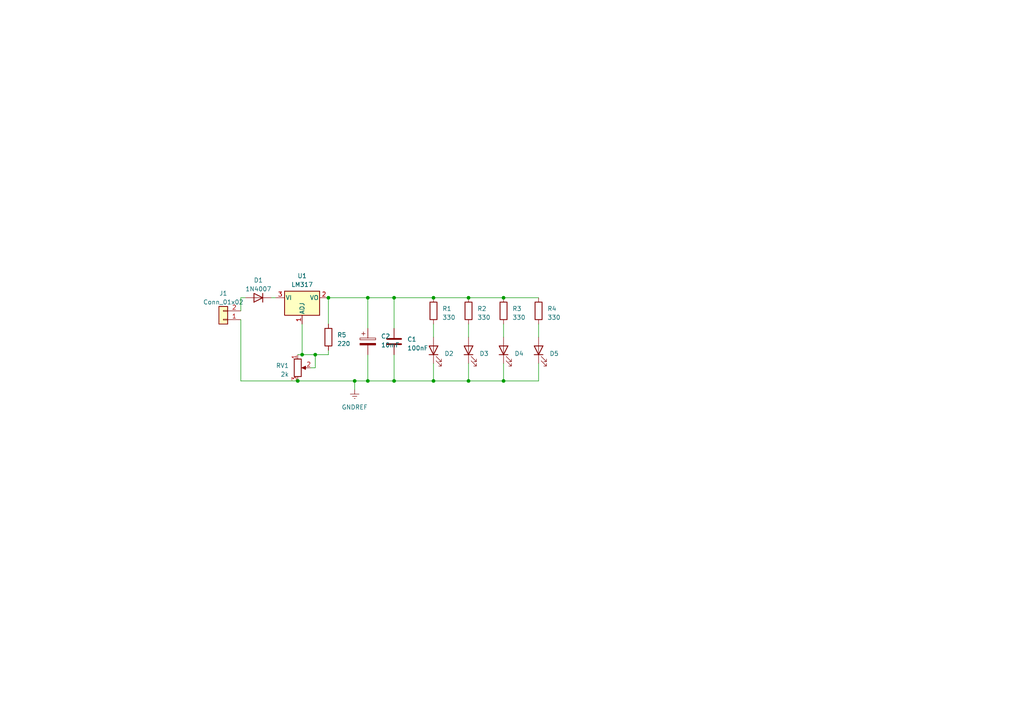
<source format=kicad_sch>
(kicad_sch (version 20230121) (generator eeschema)

  (uuid a3e6e3bd-068a-4fcd-a045-c81194ea4de9)

  (paper "A4")

  (title_block
    (title "Luminaria Led")
    (date "2025-04-30")
    (rev "Rev-1")
    (company "IFSC")
    (comment 1 "Oi (:")
  )

  (lib_symbols
    (symbol "Connector_Generic:Conn_01x02" (pin_names (offset 1.016) hide) (in_bom yes) (on_board yes)
      (property "Reference" "J" (at 0 2.54 0)
        (effects (font (size 1.27 1.27)))
      )
      (property "Value" "Conn_01x02" (at 0 -5.08 0)
        (effects (font (size 1.27 1.27)))
      )
      (property "Footprint" "" (at 0 0 0)
        (effects (font (size 1.27 1.27)) hide)
      )
      (property "Datasheet" "~" (at 0 0 0)
        (effects (font (size 1.27 1.27)) hide)
      )
      (property "ki_keywords" "connector" (at 0 0 0)
        (effects (font (size 1.27 1.27)) hide)
      )
      (property "ki_description" "Generic connector, single row, 01x02, script generated (kicad-library-utils/schlib/autogen/connector/)" (at 0 0 0)
        (effects (font (size 1.27 1.27)) hide)
      )
      (property "ki_fp_filters" "Connector*:*_1x??_*" (at 0 0 0)
        (effects (font (size 1.27 1.27)) hide)
      )
      (symbol "Conn_01x02_1_1"
        (rectangle (start -1.27 -2.413) (end 0 -2.667)
          (stroke (width 0.1524) (type default))
          (fill (type none))
        )
        (rectangle (start -1.27 0.127) (end 0 -0.127)
          (stroke (width 0.1524) (type default))
          (fill (type none))
        )
        (rectangle (start -1.27 1.27) (end 1.27 -3.81)
          (stroke (width 0.254) (type default))
          (fill (type background))
        )
        (pin passive line (at -5.08 0 0) (length 3.81)
          (name "Pin_1" (effects (font (size 1.27 1.27))))
          (number "1" (effects (font (size 1.27 1.27))))
        )
        (pin passive line (at -5.08 -2.54 0) (length 3.81)
          (name "Pin_2" (effects (font (size 1.27 1.27))))
          (number "2" (effects (font (size 1.27 1.27))))
        )
      )
    )
    (symbol "Device:C" (pin_numbers hide) (pin_names (offset 0.254)) (in_bom yes) (on_board yes)
      (property "Reference" "C" (at 0.635 2.54 0)
        (effects (font (size 1.27 1.27)) (justify left))
      )
      (property "Value" "C" (at 0.635 -2.54 0)
        (effects (font (size 1.27 1.27)) (justify left))
      )
      (property "Footprint" "" (at 0.9652 -3.81 0)
        (effects (font (size 1.27 1.27)) hide)
      )
      (property "Datasheet" "~" (at 0 0 0)
        (effects (font (size 1.27 1.27)) hide)
      )
      (property "ki_keywords" "cap capacitor" (at 0 0 0)
        (effects (font (size 1.27 1.27)) hide)
      )
      (property "ki_description" "Unpolarized capacitor" (at 0 0 0)
        (effects (font (size 1.27 1.27)) hide)
      )
      (property "ki_fp_filters" "C_*" (at 0 0 0)
        (effects (font (size 1.27 1.27)) hide)
      )
      (symbol "C_0_1"
        (polyline
          (pts
            (xy -2.032 -0.762)
            (xy 2.032 -0.762)
          )
          (stroke (width 0.508) (type default))
          (fill (type none))
        )
        (polyline
          (pts
            (xy -2.032 0.762)
            (xy 2.032 0.762)
          )
          (stroke (width 0.508) (type default))
          (fill (type none))
        )
      )
      (symbol "C_1_1"
        (pin passive line (at 0 3.81 270) (length 2.794)
          (name "~" (effects (font (size 1.27 1.27))))
          (number "1" (effects (font (size 1.27 1.27))))
        )
        (pin passive line (at 0 -3.81 90) (length 2.794)
          (name "~" (effects (font (size 1.27 1.27))))
          (number "2" (effects (font (size 1.27 1.27))))
        )
      )
    )
    (symbol "Device:C_Polarized" (pin_numbers hide) (pin_names (offset 0.254)) (in_bom yes) (on_board yes)
      (property "Reference" "C" (at 0.635 2.54 0)
        (effects (font (size 1.27 1.27)) (justify left))
      )
      (property "Value" "C_Polarized" (at 0.635 -2.54 0)
        (effects (font (size 1.27 1.27)) (justify left))
      )
      (property "Footprint" "" (at 0.9652 -3.81 0)
        (effects (font (size 1.27 1.27)) hide)
      )
      (property "Datasheet" "~" (at 0 0 0)
        (effects (font (size 1.27 1.27)) hide)
      )
      (property "ki_keywords" "cap capacitor" (at 0 0 0)
        (effects (font (size 1.27 1.27)) hide)
      )
      (property "ki_description" "Polarized capacitor" (at 0 0 0)
        (effects (font (size 1.27 1.27)) hide)
      )
      (property "ki_fp_filters" "CP_*" (at 0 0 0)
        (effects (font (size 1.27 1.27)) hide)
      )
      (symbol "C_Polarized_0_1"
        (rectangle (start -2.286 0.508) (end 2.286 1.016)
          (stroke (width 0) (type default))
          (fill (type none))
        )
        (polyline
          (pts
            (xy -1.778 2.286)
            (xy -0.762 2.286)
          )
          (stroke (width 0) (type default))
          (fill (type none))
        )
        (polyline
          (pts
            (xy -1.27 2.794)
            (xy -1.27 1.778)
          )
          (stroke (width 0) (type default))
          (fill (type none))
        )
        (rectangle (start 2.286 -0.508) (end -2.286 -1.016)
          (stroke (width 0) (type default))
          (fill (type outline))
        )
      )
      (symbol "C_Polarized_1_1"
        (pin passive line (at 0 3.81 270) (length 2.794)
          (name "~" (effects (font (size 1.27 1.27))))
          (number "1" (effects (font (size 1.27 1.27))))
        )
        (pin passive line (at 0 -3.81 90) (length 2.794)
          (name "~" (effects (font (size 1.27 1.27))))
          (number "2" (effects (font (size 1.27 1.27))))
        )
      )
    )
    (symbol "Device:LED" (pin_numbers hide) (pin_names (offset 1.016) hide) (in_bom yes) (on_board yes)
      (property "Reference" "D" (at 0 2.54 0)
        (effects (font (size 1.27 1.27)))
      )
      (property "Value" "LED" (at 0 -2.54 0)
        (effects (font (size 1.27 1.27)))
      )
      (property "Footprint" "" (at 0 0 0)
        (effects (font (size 1.27 1.27)) hide)
      )
      (property "Datasheet" "~" (at 0 0 0)
        (effects (font (size 1.27 1.27)) hide)
      )
      (property "ki_keywords" "LED diode" (at 0 0 0)
        (effects (font (size 1.27 1.27)) hide)
      )
      (property "ki_description" "Light emitting diode" (at 0 0 0)
        (effects (font (size 1.27 1.27)) hide)
      )
      (property "ki_fp_filters" "LED* LED_SMD:* LED_THT:*" (at 0 0 0)
        (effects (font (size 1.27 1.27)) hide)
      )
      (symbol "LED_0_1"
        (polyline
          (pts
            (xy -1.27 -1.27)
            (xy -1.27 1.27)
          )
          (stroke (width 0.254) (type default))
          (fill (type none))
        )
        (polyline
          (pts
            (xy -1.27 0)
            (xy 1.27 0)
          )
          (stroke (width 0) (type default))
          (fill (type none))
        )
        (polyline
          (pts
            (xy 1.27 -1.27)
            (xy 1.27 1.27)
            (xy -1.27 0)
            (xy 1.27 -1.27)
          )
          (stroke (width 0.254) (type default))
          (fill (type none))
        )
        (polyline
          (pts
            (xy -3.048 -0.762)
            (xy -4.572 -2.286)
            (xy -3.81 -2.286)
            (xy -4.572 -2.286)
            (xy -4.572 -1.524)
          )
          (stroke (width 0) (type default))
          (fill (type none))
        )
        (polyline
          (pts
            (xy -1.778 -0.762)
            (xy -3.302 -2.286)
            (xy -2.54 -2.286)
            (xy -3.302 -2.286)
            (xy -3.302 -1.524)
          )
          (stroke (width 0) (type default))
          (fill (type none))
        )
      )
      (symbol "LED_1_1"
        (pin passive line (at -3.81 0 0) (length 2.54)
          (name "K" (effects (font (size 1.27 1.27))))
          (number "1" (effects (font (size 1.27 1.27))))
        )
        (pin passive line (at 3.81 0 180) (length 2.54)
          (name "A" (effects (font (size 1.27 1.27))))
          (number "2" (effects (font (size 1.27 1.27))))
        )
      )
    )
    (symbol "Device:R" (pin_numbers hide) (pin_names (offset 0)) (in_bom yes) (on_board yes)
      (property "Reference" "R" (at 2.032 0 90)
        (effects (font (size 1.27 1.27)))
      )
      (property "Value" "R" (at 0 0 90)
        (effects (font (size 1.27 1.27)))
      )
      (property "Footprint" "" (at -1.778 0 90)
        (effects (font (size 1.27 1.27)) hide)
      )
      (property "Datasheet" "~" (at 0 0 0)
        (effects (font (size 1.27 1.27)) hide)
      )
      (property "ki_keywords" "R res resistor" (at 0 0 0)
        (effects (font (size 1.27 1.27)) hide)
      )
      (property "ki_description" "Resistor" (at 0 0 0)
        (effects (font (size 1.27 1.27)) hide)
      )
      (property "ki_fp_filters" "R_*" (at 0 0 0)
        (effects (font (size 1.27 1.27)) hide)
      )
      (symbol "R_0_1"
        (rectangle (start -1.016 -2.54) (end 1.016 2.54)
          (stroke (width 0.254) (type default))
          (fill (type none))
        )
      )
      (symbol "R_1_1"
        (pin passive line (at 0 3.81 270) (length 1.27)
          (name "~" (effects (font (size 1.27 1.27))))
          (number "1" (effects (font (size 1.27 1.27))))
        )
        (pin passive line (at 0 -3.81 90) (length 1.27)
          (name "~" (effects (font (size 1.27 1.27))))
          (number "2" (effects (font (size 1.27 1.27))))
        )
      )
    )
    (symbol "Device:R_Potentiometer" (pin_names (offset 1.016) hide) (in_bom yes) (on_board yes)
      (property "Reference" "RV" (at -4.445 0 90)
        (effects (font (size 1.27 1.27)))
      )
      (property "Value" "R_Potentiometer" (at -2.54 0 90)
        (effects (font (size 1.27 1.27)))
      )
      (property "Footprint" "" (at 0 0 0)
        (effects (font (size 1.27 1.27)) hide)
      )
      (property "Datasheet" "~" (at 0 0 0)
        (effects (font (size 1.27 1.27)) hide)
      )
      (property "ki_keywords" "resistor variable" (at 0 0 0)
        (effects (font (size 1.27 1.27)) hide)
      )
      (property "ki_description" "Potentiometer" (at 0 0 0)
        (effects (font (size 1.27 1.27)) hide)
      )
      (property "ki_fp_filters" "Potentiometer*" (at 0 0 0)
        (effects (font (size 1.27 1.27)) hide)
      )
      (symbol "R_Potentiometer_0_1"
        (polyline
          (pts
            (xy 2.54 0)
            (xy 1.524 0)
          )
          (stroke (width 0) (type default))
          (fill (type none))
        )
        (polyline
          (pts
            (xy 1.143 0)
            (xy 2.286 0.508)
            (xy 2.286 -0.508)
            (xy 1.143 0)
          )
          (stroke (width 0) (type default))
          (fill (type outline))
        )
        (rectangle (start 1.016 2.54) (end -1.016 -2.54)
          (stroke (width 0.254) (type default))
          (fill (type none))
        )
      )
      (symbol "R_Potentiometer_1_1"
        (pin passive line (at 0 3.81 270) (length 1.27)
          (name "1" (effects (font (size 1.27 1.27))))
          (number "1" (effects (font (size 1.27 1.27))))
        )
        (pin passive line (at 3.81 0 180) (length 1.27)
          (name "2" (effects (font (size 1.27 1.27))))
          (number "2" (effects (font (size 1.27 1.27))))
        )
        (pin passive line (at 0 -3.81 90) (length 1.27)
          (name "3" (effects (font (size 1.27 1.27))))
          (number "3" (effects (font (size 1.27 1.27))))
        )
      )
    )
    (symbol "Diode:1N4007" (pin_numbers hide) (pin_names hide) (in_bom yes) (on_board yes)
      (property "Reference" "D" (at 0 2.54 0)
        (effects (font (size 1.27 1.27)))
      )
      (property "Value" "1N4007" (at 0 -2.54 0)
        (effects (font (size 1.27 1.27)))
      )
      (property "Footprint" "Diode_THT:D_DO-41_SOD81_P10.16mm_Horizontal" (at 0 -4.445 0)
        (effects (font (size 1.27 1.27)) hide)
      )
      (property "Datasheet" "http://www.vishay.com/docs/88503/1n4001.pdf" (at 0 0 0)
        (effects (font (size 1.27 1.27)) hide)
      )
      (property "Sim.Device" "D" (at 0 0 0)
        (effects (font (size 1.27 1.27)) hide)
      )
      (property "Sim.Pins" "1=K 2=A" (at 0 0 0)
        (effects (font (size 1.27 1.27)) hide)
      )
      (property "ki_keywords" "diode" (at 0 0 0)
        (effects (font (size 1.27 1.27)) hide)
      )
      (property "ki_description" "1000V 1A General Purpose Rectifier Diode, DO-41" (at 0 0 0)
        (effects (font (size 1.27 1.27)) hide)
      )
      (property "ki_fp_filters" "D*DO?41*" (at 0 0 0)
        (effects (font (size 1.27 1.27)) hide)
      )
      (symbol "1N4007_0_1"
        (polyline
          (pts
            (xy -1.27 1.27)
            (xy -1.27 -1.27)
          )
          (stroke (width 0.254) (type default))
          (fill (type none))
        )
        (polyline
          (pts
            (xy 1.27 0)
            (xy -1.27 0)
          )
          (stroke (width 0) (type default))
          (fill (type none))
        )
        (polyline
          (pts
            (xy 1.27 1.27)
            (xy 1.27 -1.27)
            (xy -1.27 0)
            (xy 1.27 1.27)
          )
          (stroke (width 0.254) (type default))
          (fill (type none))
        )
      )
      (symbol "1N4007_1_1"
        (pin passive line (at -3.81 0 0) (length 2.54)
          (name "K" (effects (font (size 1.27 1.27))))
          (number "1" (effects (font (size 1.27 1.27))))
        )
        (pin passive line (at 3.81 0 180) (length 2.54)
          (name "A" (effects (font (size 1.27 1.27))))
          (number "2" (effects (font (size 1.27 1.27))))
        )
      )
    )
    (symbol "Regulator_Linear:LM317_TO-220" (pin_names (offset 0.254)) (in_bom yes) (on_board yes)
      (property "Reference" "U" (at -3.81 3.175 0)
        (effects (font (size 1.27 1.27)))
      )
      (property "Value" "LM317_TO-220" (at 0 3.175 0)
        (effects (font (size 1.27 1.27)) (justify left))
      )
      (property "Footprint" "Package_TO_SOT_THT:TO-220-3_Vertical" (at 0 6.35 0)
        (effects (font (size 1.27 1.27) italic) hide)
      )
      (property "Datasheet" "http://www.ti.com/lit/ds/symlink/lm317.pdf" (at 0 0 0)
        (effects (font (size 1.27 1.27)) hide)
      )
      (property "ki_keywords" "Adjustable Voltage Regulator 1A Positive" (at 0 0 0)
        (effects (font (size 1.27 1.27)) hide)
      )
      (property "ki_description" "1.5A 35V Adjustable Linear Regulator, TO-220" (at 0 0 0)
        (effects (font (size 1.27 1.27)) hide)
      )
      (property "ki_fp_filters" "TO?220*" (at 0 0 0)
        (effects (font (size 1.27 1.27)) hide)
      )
      (symbol "LM317_TO-220_0_1"
        (rectangle (start -5.08 1.905) (end 5.08 -5.08)
          (stroke (width 0.254) (type default))
          (fill (type background))
        )
      )
      (symbol "LM317_TO-220_1_1"
        (pin input line (at 0 -7.62 90) (length 2.54)
          (name "ADJ" (effects (font (size 1.27 1.27))))
          (number "1" (effects (font (size 1.27 1.27))))
        )
        (pin power_out line (at 7.62 0 180) (length 2.54)
          (name "VO" (effects (font (size 1.27 1.27))))
          (number "2" (effects (font (size 1.27 1.27))))
        )
        (pin power_in line (at -7.62 0 0) (length 2.54)
          (name "VI" (effects (font (size 1.27 1.27))))
          (number "3" (effects (font (size 1.27 1.27))))
        )
      )
    )
    (symbol "power:GNDREF" (power) (pin_names (offset 0)) (in_bom yes) (on_board yes)
      (property "Reference" "#PWR" (at 0 -6.35 0)
        (effects (font (size 1.27 1.27)) hide)
      )
      (property "Value" "GNDREF" (at 0 -3.81 0)
        (effects (font (size 1.27 1.27)))
      )
      (property "Footprint" "" (at 0 0 0)
        (effects (font (size 1.27 1.27)) hide)
      )
      (property "Datasheet" "" (at 0 0 0)
        (effects (font (size 1.27 1.27)) hide)
      )
      (property "ki_keywords" "global power" (at 0 0 0)
        (effects (font (size 1.27 1.27)) hide)
      )
      (property "ki_description" "Power symbol creates a global label with name \"GNDREF\" , reference supply ground" (at 0 0 0)
        (effects (font (size 1.27 1.27)) hide)
      )
      (symbol "GNDREF_0_1"
        (polyline
          (pts
            (xy -0.635 -1.905)
            (xy 0.635 -1.905)
          )
          (stroke (width 0) (type default))
          (fill (type none))
        )
        (polyline
          (pts
            (xy -0.127 -2.54)
            (xy 0.127 -2.54)
          )
          (stroke (width 0) (type default))
          (fill (type none))
        )
        (polyline
          (pts
            (xy 0 -1.27)
            (xy 0 0)
          )
          (stroke (width 0) (type default))
          (fill (type none))
        )
        (polyline
          (pts
            (xy 1.27 -1.27)
            (xy -1.27 -1.27)
          )
          (stroke (width 0) (type default))
          (fill (type none))
        )
      )
      (symbol "GNDREF_1_1"
        (pin power_in line (at 0 0 270) (length 0) hide
          (name "GNDREF" (effects (font (size 1.27 1.27))))
          (number "1" (effects (font (size 1.27 1.27))))
        )
      )
    )
  )

  (junction (at 106.68 86.36) (diameter 0) (color 0 0 0 0)
    (uuid 1b899265-4783-40fb-af6f-5313d54fdb33)
  )
  (junction (at 125.73 86.36) (diameter 0) (color 0 0 0 0)
    (uuid 34969d9d-4f72-4115-9be5-0dfc243ac6bf)
  )
  (junction (at 86.36 110.49) (diameter 0) (color 0 0 0 0)
    (uuid 3772a4fd-dd6c-4c18-8f5c-80c7b0543e46)
  )
  (junction (at 135.89 110.49) (diameter 0) (color 0 0 0 0)
    (uuid 53f26de2-9269-4bed-bea1-6b1c6125592c)
  )
  (junction (at 114.3 110.49) (diameter 0) (color 0 0 0 0)
    (uuid 736dcf66-2bb3-4ea9-8a20-5cc788e24f17)
  )
  (junction (at 91.44 102.87) (diameter 0) (color 0 0 0 0)
    (uuid 77c120be-294d-4c22-95a3-c6eabed84171)
  )
  (junction (at 146.05 86.36) (diameter 0) (color 0 0 0 0)
    (uuid 914c8073-c31b-4a06-bdde-43718e00bf5c)
  )
  (junction (at 125.73 110.49) (diameter 0) (color 0 0 0 0)
    (uuid 91dce20b-31c2-4b50-aa67-2bdda6927b8d)
  )
  (junction (at 95.25 86.36) (diameter 0) (color 0 0 0 0)
    (uuid a10ce5df-cd47-475b-82d6-cb3aab51b23f)
  )
  (junction (at 102.87 110.49) (diameter 0) (color 0 0 0 0)
    (uuid ae3260d7-5655-412a-af60-9946f8b89c19)
  )
  (junction (at 87.63 102.87) (diameter 0) (color 0 0 0 0)
    (uuid b4fde990-4a5d-419f-8edc-91c83e9b6f7d)
  )
  (junction (at 106.68 110.49) (diameter 0) (color 0 0 0 0)
    (uuid bf344b75-7f25-4be1-b0d1-08df7222507a)
  )
  (junction (at 114.3 86.36) (diameter 0) (color 0 0 0 0)
    (uuid d698f308-7591-40d0-a447-c912a299b9c7)
  )
  (junction (at 135.89 86.36) (diameter 0) (color 0 0 0 0)
    (uuid d8dfe4ee-f374-407a-bcad-12fa11a4fd55)
  )
  (junction (at 146.05 110.49) (diameter 0) (color 0 0 0 0)
    (uuid f8e128aa-3a42-4f98-82af-692b3ad5199f)
  )

  (wire (pts (xy 95.25 86.36) (xy 106.68 86.36))
    (stroke (width 0) (type default))
    (uuid 023eb98f-ea1f-4b02-b85a-fb09facbcf59)
  )
  (wire (pts (xy 106.68 110.49) (xy 102.87 110.49))
    (stroke (width 0) (type default))
    (uuid 05bc765b-d221-421f-95f3-ad1f2f2b90e2)
  )
  (wire (pts (xy 91.44 102.87) (xy 95.25 102.87))
    (stroke (width 0) (type default))
    (uuid 06f65ae0-4faf-408a-82ad-e18fcd49cd8e)
  )
  (wire (pts (xy 87.63 102.87) (xy 91.44 102.87))
    (stroke (width 0) (type default))
    (uuid 09f162fd-520e-4d4f-87ea-5fce89ca5918)
  )
  (wire (pts (xy 146.05 105.41) (xy 146.05 110.49))
    (stroke (width 0) (type default))
    (uuid 158f3f0e-fe87-4638-99e7-5aa6b9c82b8b)
  )
  (wire (pts (xy 156.21 110.49) (xy 146.05 110.49))
    (stroke (width 0) (type default))
    (uuid 2fa83704-a74a-4147-b46b-3a158409abf6)
  )
  (wire (pts (xy 91.44 102.87) (xy 91.44 106.68))
    (stroke (width 0) (type default))
    (uuid 3914d8f2-6d5e-41ff-959a-9673e824a588)
  )
  (wire (pts (xy 106.68 102.87) (xy 106.68 110.49))
    (stroke (width 0) (type default))
    (uuid 3b15f2c2-0452-4bca-a2af-bf2a99a8e7a8)
  )
  (wire (pts (xy 135.89 86.36) (xy 146.05 86.36))
    (stroke (width 0) (type default))
    (uuid 3f244680-e7d7-4c97-bb0e-e1bfd645068d)
  )
  (wire (pts (xy 95.25 102.87) (xy 95.25 101.6))
    (stroke (width 0) (type default))
    (uuid 45c9c2d1-dcdb-4b1b-b669-edc33888ec4d)
  )
  (wire (pts (xy 125.73 110.49) (xy 114.3 110.49))
    (stroke (width 0) (type default))
    (uuid 5d8d5b17-286e-4739-8919-7d20bf19142b)
  )
  (wire (pts (xy 86.36 102.87) (xy 87.63 102.87))
    (stroke (width 0) (type default))
    (uuid 6d14ee98-ced1-4df1-9c3f-1619e76b897e)
  )
  (wire (pts (xy 125.73 93.98) (xy 125.73 97.79))
    (stroke (width 0) (type default))
    (uuid 734d8e53-b533-470e-be4e-76eb9aed6055)
  )
  (wire (pts (xy 69.85 90.17) (xy 69.85 86.36))
    (stroke (width 0) (type default))
    (uuid 7efd76b2-f2b0-4ddb-ae2a-49981fcc2ec0)
  )
  (wire (pts (xy 114.3 102.87) (xy 114.3 110.49))
    (stroke (width 0) (type default))
    (uuid 89068f93-ffbd-4d2e-84d9-0ed2e3b0a857)
  )
  (wire (pts (xy 135.89 105.41) (xy 135.89 110.49))
    (stroke (width 0) (type default))
    (uuid 8d7fecaa-cc4b-4d48-b698-3e526af0ff96)
  )
  (wire (pts (xy 114.3 95.25) (xy 114.3 86.36))
    (stroke (width 0) (type default))
    (uuid 933ed2a1-8db2-4653-a4c6-ff12b418e8e1)
  )
  (wire (pts (xy 135.89 93.98) (xy 135.89 97.79))
    (stroke (width 0) (type default))
    (uuid 93774186-6fbd-453b-8bee-eca1133ac8d3)
  )
  (wire (pts (xy 69.85 86.36) (xy 71.12 86.36))
    (stroke (width 0) (type default))
    (uuid a7c3d9e6-0ba2-40cc-a277-953186f7ed81)
  )
  (wire (pts (xy 125.73 86.36) (xy 135.89 86.36))
    (stroke (width 0) (type default))
    (uuid a8063851-e8b8-4c68-a8d1-f269ba272a82)
  )
  (wire (pts (xy 91.44 106.68) (xy 90.17 106.68))
    (stroke (width 0) (type default))
    (uuid ad0e104e-78cb-4ff9-80c2-ba0f2ed0ed79)
  )
  (wire (pts (xy 102.87 110.49) (xy 86.36 110.49))
    (stroke (width 0) (type default))
    (uuid ad8eba8e-09c3-4d55-b3f5-00b46d7f2c6e)
  )
  (wire (pts (xy 106.68 95.25) (xy 106.68 86.36))
    (stroke (width 0) (type default))
    (uuid b3cff8f4-9d23-48da-8f32-53ca8e212589)
  )
  (wire (pts (xy 114.3 110.49) (xy 106.68 110.49))
    (stroke (width 0) (type default))
    (uuid be2694ec-c90a-4461-8ab8-9ecf0ea083c2)
  )
  (wire (pts (xy 87.63 93.98) (xy 87.63 102.87))
    (stroke (width 0) (type default))
    (uuid be8df897-0b87-490c-bc67-2db3a5b219ba)
  )
  (wire (pts (xy 156.21 93.98) (xy 156.21 97.79))
    (stroke (width 0) (type default))
    (uuid c2dc3300-b390-4640-a91a-41a70cdc7a10)
  )
  (wire (pts (xy 78.74 86.36) (xy 80.01 86.36))
    (stroke (width 0) (type default))
    (uuid c4bab29e-1ba3-43f5-bc56-a54fdd4c10c4)
  )
  (wire (pts (xy 135.89 110.49) (xy 125.73 110.49))
    (stroke (width 0) (type default))
    (uuid c6f999d9-1d5a-4cce-b2af-63730551bb65)
  )
  (wire (pts (xy 114.3 86.36) (xy 125.73 86.36))
    (stroke (width 0) (type default))
    (uuid c7a8c877-3d13-41eb-ad59-6ce6d01fcccd)
  )
  (wire (pts (xy 146.05 86.36) (xy 156.21 86.36))
    (stroke (width 0) (type default))
    (uuid c8317dc7-4af4-4363-87b1-0938cd3794dd)
  )
  (wire (pts (xy 102.87 110.49) (xy 102.87 113.03))
    (stroke (width 0) (type default))
    (uuid d5ddabaa-4620-4067-8a32-51f57fb5f9b6)
  )
  (wire (pts (xy 69.85 92.71) (xy 69.85 110.49))
    (stroke (width 0) (type default))
    (uuid d68f6c4f-9844-4679-8cff-4094db63eda9)
  )
  (wire (pts (xy 146.05 110.49) (xy 135.89 110.49))
    (stroke (width 0) (type default))
    (uuid d840864b-e133-4345-88cd-6f45429982e5)
  )
  (wire (pts (xy 125.73 105.41) (xy 125.73 110.49))
    (stroke (width 0) (type default))
    (uuid e5991823-987a-49b9-af69-760bcdcfd8ef)
  )
  (wire (pts (xy 95.25 86.36) (xy 95.25 93.98))
    (stroke (width 0) (type default))
    (uuid eeb94326-9638-4c36-a83d-970fc4da3fb4)
  )
  (wire (pts (xy 156.21 105.41) (xy 156.21 110.49))
    (stroke (width 0) (type default))
    (uuid f1c35b7c-b05e-40d4-bcce-9bdbe45c18b9)
  )
  (wire (pts (xy 69.85 110.49) (xy 86.36 110.49))
    (stroke (width 0) (type default))
    (uuid fa5a9b5c-38c3-4419-8945-20b31575caf8)
  )
  (wire (pts (xy 146.05 93.98) (xy 146.05 97.79))
    (stroke (width 0) (type default))
    (uuid faf09457-1768-4f87-813a-a0a8dfb43610)
  )
  (wire (pts (xy 106.68 86.36) (xy 114.3 86.36))
    (stroke (width 0) (type default))
    (uuid fc636ba1-f7da-4857-994c-c1a89dc622e8)
  )

  (symbol (lib_id "power:GNDREF") (at 102.87 113.03 0) (unit 1)
    (in_bom yes) (on_board yes) (dnp no) (fields_autoplaced)
    (uuid 0a9c1bcd-cb26-405c-ad2c-2b7035134ba3)
    (property "Reference" "#PWR01" (at 102.87 119.38 0)
      (effects (font (size 1.27 1.27)) hide)
    )
    (property "Value" "GNDREF" (at 102.87 118.11 0)
      (effects (font (size 1.27 1.27)))
    )
    (property "Footprint" "" (at 102.87 113.03 0)
      (effects (font (size 1.27 1.27)) hide)
    )
    (property "Datasheet" "" (at 102.87 113.03 0)
      (effects (font (size 1.27 1.27)) hide)
    )
    (pin "1" (uuid ee693fa4-857d-4627-8b62-3d1cf7227d2a))
    (instances
      (project "Projeto_exemplo_2025-1"
        (path "/a3e6e3bd-068a-4fcd-a045-c81194ea4de9"
          (reference "#PWR01") (unit 1)
        )
      )
    )
  )

  (symbol (lib_id "Device:LED") (at 135.89 101.6 90) (unit 1)
    (in_bom yes) (on_board yes) (dnp no) (fields_autoplaced)
    (uuid 2c426260-c513-4f0d-87f8-85fbcaf0f189)
    (property "Reference" "D3" (at 139.0548 102.5525 90)
      (effects (font (size 1.27 1.27)) (justify right))
    )
    (property "Value" "LED" (at 139.0548 105.0925 90)
      (effects (font (size 1.27 1.27)) (justify right) hide)
    )
    (property "Footprint" "LED_THT:LED_D5.0mm" (at 135.89 101.6 0)
      (effects (font (size 1.27 1.27)) hide)
    )
    (property "Datasheet" "~" (at 135.89 101.6 0)
      (effects (font (size 1.27 1.27)) hide)
    )
    (pin "1" (uuid 58b6d1aa-553c-476f-8f67-e7d1ffa642a0))
    (pin "2" (uuid 647b9c5a-f580-4837-9d38-1a7143850ed6))
    (instances
      (project "Projeto_exemplo_2025-1"
        (path "/a3e6e3bd-068a-4fcd-a045-c81194ea4de9"
          (reference "D3") (unit 1)
        )
      )
    )
  )

  (symbol (lib_id "Device:LED") (at 146.05 101.6 90) (unit 1)
    (in_bom yes) (on_board yes) (dnp no) (fields_autoplaced)
    (uuid 2d19bdba-59a4-4f73-8590-f44e9022d603)
    (property "Reference" "D4" (at 149.2148 102.5525 90)
      (effects (font (size 1.27 1.27)) (justify right))
    )
    (property "Value" "LED" (at 149.2148 105.0925 90)
      (effects (font (size 1.27 1.27)) (justify right) hide)
    )
    (property "Footprint" "LED_THT:LED_D5.0mm" (at 146.05 101.6 0)
      (effects (font (size 1.27 1.27)) hide)
    )
    (property "Datasheet" "~" (at 146.05 101.6 0)
      (effects (font (size 1.27 1.27)) hide)
    )
    (pin "1" (uuid 7540e459-eb41-49ff-81eb-274dcccdec63))
    (pin "2" (uuid c8692148-1102-431c-a840-d39bc41eb610))
    (instances
      (project "Projeto_exemplo_2025-1"
        (path "/a3e6e3bd-068a-4fcd-a045-c81194ea4de9"
          (reference "D4") (unit 1)
        )
      )
    )
  )

  (symbol (lib_id "Device:LED") (at 125.73 101.6 90) (unit 1)
    (in_bom yes) (on_board yes) (dnp no) (fields_autoplaced)
    (uuid 35db1023-9bda-46fc-b057-051144313449)
    (property "Reference" "D2" (at 128.8948 102.5525 90)
      (effects (font (size 1.27 1.27)) (justify right))
    )
    (property "Value" "LED" (at 128.8948 105.0925 90)
      (effects (font (size 1.27 1.27)) (justify right) hide)
    )
    (property "Footprint" "LED_THT:LED_D5.0mm" (at 125.73 101.6 0)
      (effects (font (size 1.27 1.27)) hide)
    )
    (property "Datasheet" "~" (at 125.73 101.6 0)
      (effects (font (size 1.27 1.27)) hide)
    )
    (pin "1" (uuid 54451f15-3b9f-4c9f-8116-6e5d1ef08d47))
    (pin "2" (uuid 489a67cb-165d-4e4d-981e-0005406048ba))
    (instances
      (project "Projeto_exemplo_2025-1"
        (path "/a3e6e3bd-068a-4fcd-a045-c81194ea4de9"
          (reference "D2") (unit 1)
        )
      )
    )
  )

  (symbol (lib_id "Device:C") (at 114.3 99.06 0) (unit 1)
    (in_bom yes) (on_board yes) (dnp no) (fields_autoplaced)
    (uuid 3f67d456-5ebc-44e7-a7f1-6f70846ebc14)
    (property "Reference" "C1" (at 118.11 98.425 0)
      (effects (font (size 1.27 1.27)) (justify left))
    )
    (property "Value" "100nF" (at 118.11 100.965 0)
      (effects (font (size 1.27 1.27)) (justify left))
    )
    (property "Footprint" "Capacitor_THT:C_Disc_D6.0mm_W2.5mm_P5.00mm" (at 115.2652 102.87 0)
      (effects (font (size 1.27 1.27)) hide)
    )
    (property "Datasheet" "~" (at 114.3 99.06 0)
      (effects (font (size 1.27 1.27)) hide)
    )
    (pin "1" (uuid 340113e6-f785-40f7-9b7a-337fc7d9cc2c))
    (pin "2" (uuid 5045846e-c955-4029-9853-4400fdec4c57))
    (instances
      (project "Projeto_exemplo_2025-1"
        (path "/a3e6e3bd-068a-4fcd-a045-c81194ea4de9"
          (reference "C1") (unit 1)
        )
      )
    )
  )

  (symbol (lib_id "Device:R") (at 156.21 90.17 0) (unit 1)
    (in_bom yes) (on_board yes) (dnp no) (fields_autoplaced)
    (uuid 40fe9ad3-6db4-4aff-b6b3-dfb4fd985f9b)
    (property "Reference" "R4" (at 158.75 89.535 0)
      (effects (font (size 1.27 1.27)) (justify left))
    )
    (property "Value" "330" (at 158.75 92.075 0)
      (effects (font (size 1.27 1.27)) (justify left))
    )
    (property "Footprint" "Resistor_THT:R_Axial_DIN0207_L6.3mm_D2.5mm_P10.16mm_Horizontal" (at 154.432 90.17 90)
      (effects (font (size 1.27 1.27)) hide)
    )
    (property "Datasheet" "~" (at 156.21 90.17 0)
      (effects (font (size 1.27 1.27)) hide)
    )
    (pin "1" (uuid 2da9227f-1f76-4dbe-ae28-cb176fc7638c))
    (pin "2" (uuid 9c35255e-02ca-4a63-88d1-a6dbeca2c584))
    (instances
      (project "Projeto_exemplo_2025-1"
        (path "/a3e6e3bd-068a-4fcd-a045-c81194ea4de9"
          (reference "R4") (unit 1)
        )
      )
    )
  )

  (symbol (lib_id "Regulator_Linear:LM317_TO-220") (at 87.63 86.36 0) (unit 1)
    (in_bom yes) (on_board yes) (dnp no) (fields_autoplaced)
    (uuid 558fffd1-7f14-480a-9af7-7ba6324d2984)
    (property "Reference" "U1" (at 87.63 80.01 0)
      (effects (font (size 1.27 1.27)))
    )
    (property "Value" "LM317" (at 87.63 82.55 0)
      (effects (font (size 1.27 1.27)))
    )
    (property "Footprint" "Package_TO_SOT_THT:TO-220-3_Vertical" (at 87.63 80.01 0)
      (effects (font (size 1.27 1.27) italic) hide)
    )
    (property "Datasheet" "http://www.ti.com/lit/ds/symlink/lm317.pdf" (at 87.63 86.36 0)
      (effects (font (size 1.27 1.27)) hide)
    )
    (pin "1" (uuid 30d37a43-ce1a-46f5-b770-849c5ecc0b9a))
    (pin "2" (uuid 5ecc447e-755b-4f6f-8ba8-b6839bdd0ad4))
    (pin "3" (uuid 51cf310f-3a47-43af-8dd7-2f88d9c2c15c))
    (instances
      (project "Projeto_exemplo_2025-1"
        (path "/a3e6e3bd-068a-4fcd-a045-c81194ea4de9"
          (reference "U1") (unit 1)
        )
      )
    )
  )

  (symbol (lib_id "Device:R") (at 125.73 90.17 0) (unit 1)
    (in_bom yes) (on_board yes) (dnp no) (fields_autoplaced)
    (uuid 6142ad3a-bdfa-499f-831a-40140dc9b061)
    (property "Reference" "R1" (at 128.27 89.535 0)
      (effects (font (size 1.27 1.27)) (justify left))
    )
    (property "Value" "330" (at 128.27 92.075 0)
      (effects (font (size 1.27 1.27)) (justify left))
    )
    (property "Footprint" "Resistor_THT:R_Axial_DIN0207_L6.3mm_D2.5mm_P10.16mm_Horizontal" (at 123.952 90.17 90)
      (effects (font (size 1.27 1.27)) hide)
    )
    (property "Datasheet" "~" (at 125.73 90.17 0)
      (effects (font (size 1.27 1.27)) hide)
    )
    (pin "1" (uuid 41112569-25b1-43fc-872d-cee980899397))
    (pin "2" (uuid d6a8edbf-bb46-4fd8-b2f4-af7ce8e03905))
    (instances
      (project "Projeto_exemplo_2025-1"
        (path "/a3e6e3bd-068a-4fcd-a045-c81194ea4de9"
          (reference "R1") (unit 1)
        )
      )
    )
  )

  (symbol (lib_id "Diode:1N4007") (at 74.93 86.36 180) (unit 1)
    (in_bom yes) (on_board yes) (dnp no) (fields_autoplaced)
    (uuid 682251fb-c5cb-44c5-b1bf-81e3af852e60)
    (property "Reference" "D1" (at 74.93 81.28 0)
      (effects (font (size 1.27 1.27)))
    )
    (property "Value" "1N4007" (at 74.93 83.82 0)
      (effects (font (size 1.27 1.27)))
    )
    (property "Footprint" "Diode_THT:D_DO-41_SOD81_P10.16mm_Horizontal" (at 74.93 81.915 0)
      (effects (font (size 1.27 1.27)) hide)
    )
    (property "Datasheet" "http://www.vishay.com/docs/88503/1n4001.pdf" (at 74.93 86.36 0)
      (effects (font (size 1.27 1.27)) hide)
    )
    (property "Sim.Device" "D" (at 74.93 86.36 0)
      (effects (font (size 1.27 1.27)) hide)
    )
    (property "Sim.Pins" "1=K 2=A" (at 74.93 86.36 0)
      (effects (font (size 1.27 1.27)) hide)
    )
    (pin "1" (uuid ef1ea72b-9d8f-4f47-ba0c-ff4fb6f2e1bc))
    (pin "2" (uuid 1d1cd401-81b8-4f4e-aaec-ff927a74438a))
    (instances
      (project "Projeto_exemplo_2025-1"
        (path "/a3e6e3bd-068a-4fcd-a045-c81194ea4de9"
          (reference "D1") (unit 1)
        )
      )
    )
  )

  (symbol (lib_id "Connector_Generic:Conn_01x02") (at 64.77 92.71 180) (unit 1)
    (in_bom yes) (on_board yes) (dnp no) (fields_autoplaced)
    (uuid 71c7e5a3-655b-4068-9563-86f2ca453f15)
    (property "Reference" "J1" (at 64.77 85.09 0)
      (effects (font (size 1.27 1.27)))
    )
    (property "Value" "Conn_01x02" (at 64.77 87.63 0)
      (effects (font (size 1.27 1.27)))
    )
    (property "Footprint" "Projeto_exemplo_2025-1:KRE" (at 64.77 92.71 0)
      (effects (font (size 1.27 1.27)) hide)
    )
    (property "Datasheet" "~" (at 64.77 92.71 0)
      (effects (font (size 1.27 1.27)) hide)
    )
    (pin "1" (uuid cab6cb02-12d0-47f7-8d7b-7931fa6ebc92))
    (pin "2" (uuid 6debb4f0-7b21-4e68-abdb-9adcd71462b4))
    (instances
      (project "Projeto_exemplo_2025-1"
        (path "/a3e6e3bd-068a-4fcd-a045-c81194ea4de9"
          (reference "J1") (unit 1)
        )
      )
    )
  )

  (symbol (lib_id "Device:R_Potentiometer") (at 86.36 106.68 0) (unit 1)
    (in_bom yes) (on_board yes) (dnp no) (fields_autoplaced)
    (uuid 7e4e8267-a45a-4030-bb9c-ae9a269e38f5)
    (property "Reference" "RV1" (at 83.82 106.045 0)
      (effects (font (size 1.27 1.27)) (justify right))
    )
    (property "Value" "2k" (at 83.82 108.585 0)
      (effects (font (size 1.27 1.27)) (justify right))
    )
    (property "Footprint" "" (at 86.36 106.68 0)
      (effects (font (size 1.27 1.27)) hide)
    )
    (property "Datasheet" "~" (at 86.36 106.68 0)
      (effects (font (size 1.27 1.27)) hide)
    )
    (pin "1" (uuid 8cf66878-3fd5-4e9d-8594-c8cb9e6ed35c))
    (pin "2" (uuid 0b9b3f15-1c3b-4f4f-b248-1898d86ac688))
    (pin "3" (uuid cb027ff5-5c5e-4a23-b630-42cb6efdea8a))
    (instances
      (project "Projeto_exemplo_2025-1"
        (path "/a3e6e3bd-068a-4fcd-a045-c81194ea4de9"
          (reference "RV1") (unit 1)
        )
      )
    )
  )

  (symbol (lib_id "Device:R") (at 95.25 97.79 0) (unit 1)
    (in_bom yes) (on_board yes) (dnp no) (fields_autoplaced)
    (uuid 8d68e720-749c-4ed2-840b-79637195c0cb)
    (property "Reference" "R5" (at 97.79 97.155 0)
      (effects (font (size 1.27 1.27)) (justify left))
    )
    (property "Value" "220" (at 97.79 99.695 0)
      (effects (font (size 1.27 1.27)) (justify left))
    )
    (property "Footprint" "Resistor_THT:R_Axial_DIN0207_L6.3mm_D2.5mm_P10.16mm_Horizontal" (at 93.472 97.79 90)
      (effects (font (size 1.27 1.27)) hide)
    )
    (property "Datasheet" "~" (at 95.25 97.79 0)
      (effects (font (size 1.27 1.27)) hide)
    )
    (pin "1" (uuid 88f4927c-160f-4e95-9a1a-a6315d14d602))
    (pin "2" (uuid 3aa747ad-8f21-4bb2-a279-e5e7135120b0))
    (instances
      (project "Projeto_exemplo_2025-1"
        (path "/a3e6e3bd-068a-4fcd-a045-c81194ea4de9"
          (reference "R5") (unit 1)
        )
      )
    )
  )

  (symbol (lib_id "Device:LED") (at 156.21 101.6 90) (unit 1)
    (in_bom yes) (on_board yes) (dnp no) (fields_autoplaced)
    (uuid 9113051f-1fa7-419f-9fa5-38d099766c0c)
    (property "Reference" "D5" (at 159.3748 102.5525 90)
      (effects (font (size 1.27 1.27)) (justify right))
    )
    (property "Value" "LED" (at 159.3748 105.0925 90)
      (effects (font (size 1.27 1.27)) (justify right) hide)
    )
    (property "Footprint" "LED_THT:LED_D5.0mm" (at 156.21 101.6 0)
      (effects (font (size 1.27 1.27)) hide)
    )
    (property "Datasheet" "~" (at 156.21 101.6 0)
      (effects (font (size 1.27 1.27)) hide)
    )
    (pin "1" (uuid 80df84fa-c410-4e4b-a417-58205ba024ce))
    (pin "2" (uuid 37ef44d7-4c48-44ff-bef3-37d4e701a69d))
    (instances
      (project "Projeto_exemplo_2025-1"
        (path "/a3e6e3bd-068a-4fcd-a045-c81194ea4de9"
          (reference "D5") (unit 1)
        )
      )
    )
  )

  (symbol (lib_id "Device:R") (at 135.89 90.17 0) (unit 1)
    (in_bom yes) (on_board yes) (dnp no) (fields_autoplaced)
    (uuid d7c030c5-927e-46e0-b7c1-2c34e1c477c1)
    (property "Reference" "R2" (at 138.43 89.535 0)
      (effects (font (size 1.27 1.27)) (justify left))
    )
    (property "Value" "330" (at 138.43 92.075 0)
      (effects (font (size 1.27 1.27)) (justify left))
    )
    (property "Footprint" "Resistor_THT:R_Axial_DIN0207_L6.3mm_D2.5mm_P10.16mm_Horizontal" (at 134.112 90.17 90)
      (effects (font (size 1.27 1.27)) hide)
    )
    (property "Datasheet" "~" (at 135.89 90.17 0)
      (effects (font (size 1.27 1.27)) hide)
    )
    (pin "1" (uuid 697adb4b-84b1-4e00-bc52-3b3107f72fd3))
    (pin "2" (uuid 14a928ab-b7d5-4dbc-9219-8d256e45f085))
    (instances
      (project "Projeto_exemplo_2025-1"
        (path "/a3e6e3bd-068a-4fcd-a045-c81194ea4de9"
          (reference "R2") (unit 1)
        )
      )
    )
  )

  (symbol (lib_id "Device:R") (at 146.05 90.17 0) (unit 1)
    (in_bom yes) (on_board yes) (dnp no) (fields_autoplaced)
    (uuid e12b604e-16a2-48a3-9cd0-66fcafaf9fee)
    (property "Reference" "R3" (at 148.59 89.535 0)
      (effects (font (size 1.27 1.27)) (justify left))
    )
    (property "Value" "330" (at 148.59 92.075 0)
      (effects (font (size 1.27 1.27)) (justify left))
    )
    (property "Footprint" "Resistor_THT:R_Axial_DIN0207_L6.3mm_D2.5mm_P10.16mm_Horizontal" (at 144.272 90.17 90)
      (effects (font (size 1.27 1.27)) hide)
    )
    (property "Datasheet" "~" (at 146.05 90.17 0)
      (effects (font (size 1.27 1.27)) hide)
    )
    (pin "1" (uuid 254c7dba-f599-4b34-b329-05566ea59a3b))
    (pin "2" (uuid a32c907b-ed1f-414a-844d-0fc181153c6d))
    (instances
      (project "Projeto_exemplo_2025-1"
        (path "/a3e6e3bd-068a-4fcd-a045-c81194ea4de9"
          (reference "R3") (unit 1)
        )
      )
    )
  )

  (symbol (lib_id "Device:C_Polarized") (at 106.68 99.06 0) (unit 1)
    (in_bom yes) (on_board yes) (dnp no) (fields_autoplaced)
    (uuid e7132118-907d-4f6d-a740-f8abd312005b)
    (property "Reference" "C2" (at 110.49 97.536 0)
      (effects (font (size 1.27 1.27)) (justify left))
    )
    (property "Value" "10mF" (at 110.49 100.076 0)
      (effects (font (size 1.27 1.27)) (justify left))
    )
    (property "Footprint" "Capacitor_THT:CP_Radial_D5.0mm_P2.50mm" (at 107.6452 102.87 0)
      (effects (font (size 1.27 1.27)) hide)
    )
    (property "Datasheet" "~" (at 106.68 99.06 0)
      (effects (font (size 1.27 1.27)) hide)
    )
    (pin "1" (uuid 6939f16d-13f2-41e7-8532-ed5417b75413))
    (pin "2" (uuid 9ef6b7c0-01de-47a4-8aee-927272cf7e03))
    (instances
      (project "Projeto_exemplo_2025-1"
        (path "/a3e6e3bd-068a-4fcd-a045-c81194ea4de9"
          (reference "C2") (unit 1)
        )
      )
    )
  )

  (sheet_instances
    (path "/" (page "1"))
  )
)

</source>
